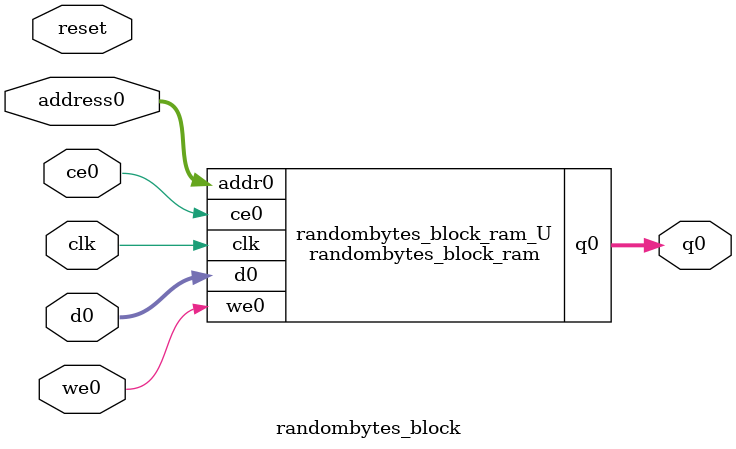
<source format=v>
`timescale 1 ns / 1 ps
module randombytes_block_ram (addr0, ce0, d0, we0, q0,  clk);

parameter DWIDTH = 8;
parameter AWIDTH = 4;
parameter MEM_SIZE = 16;

input[AWIDTH-1:0] addr0;
input ce0;
input[DWIDTH-1:0] d0;
input we0;
output reg[DWIDTH-1:0] q0;
input clk;

(* ram_style = "distributed" *)reg [DWIDTH-1:0] ram[0:MEM_SIZE-1];




always @(posedge clk)  
begin 
    if (ce0) begin
        if (we0) 
            ram[addr0] <= d0; 
        q0 <= ram[addr0];
    end
end


endmodule

`timescale 1 ns / 1 ps
module randombytes_block(
    reset,
    clk,
    address0,
    ce0,
    we0,
    d0,
    q0);

parameter DataWidth = 32'd8;
parameter AddressRange = 32'd16;
parameter AddressWidth = 32'd4;
input reset;
input clk;
input[AddressWidth - 1:0] address0;
input ce0;
input we0;
input[DataWidth - 1:0] d0;
output[DataWidth - 1:0] q0;



randombytes_block_ram randombytes_block_ram_U(
    .clk( clk ),
    .addr0( address0 ),
    .ce0( ce0 ),
    .we0( we0 ),
    .d0( d0 ),
    .q0( q0 ));

endmodule


</source>
